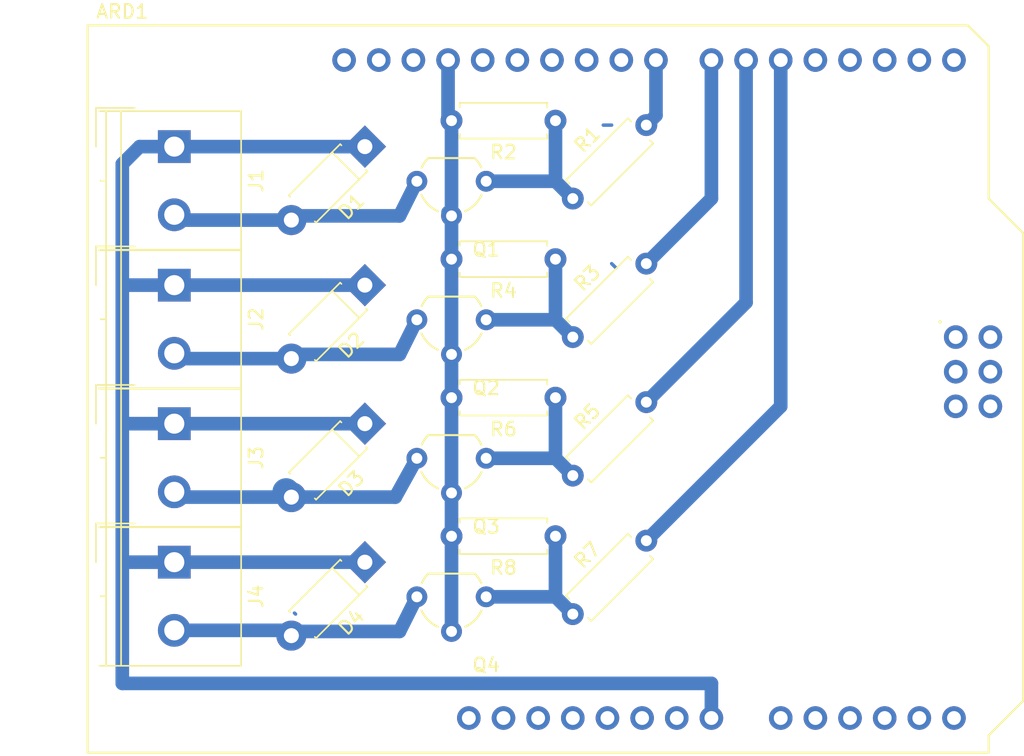
<source format=kicad_pcb>
(kicad_pcb (version 4) (host pcbnew 4.0.7)

  (general
    (links 36)
    (no_connects 0)
    (area 102.494999 58.869 178.175001 114.85)
    (thickness 1.6)
    (drawings 0)
    (tracks 79)
    (zones 0)
    (modules 21)
    (nets 15)
  )

  (page A4)
  (layers
    (0 F.Cu signal)
    (31 B.Cu signal)
    (33 F.Adhes user)
    (35 F.Paste user)
    (37 F.SilkS user)
    (39 F.Mask user)
    (40 Dwgs.User user)
    (41 Cmts.User user)
    (42 Eco1.User user)
    (43 Eco2.User user)
    (44 Edge.Cuts user)
    (45 Margin user)
    (47 F.CrtYd user)
    (49 F.Fab user)
  )

  (setup
    (last_trace_width 0.25)
    (user_trace_width 0.5)
    (user_trace_width 1)
    (user_trace_width 2)
    (trace_clearance 0.2)
    (zone_clearance 0.508)
    (zone_45_only no)
    (trace_min 0.2)
    (segment_width 0.2)
    (edge_width 0.15)
    (via_size 0.6)
    (via_drill 0.4)
    (via_min_size 0.4)
    (via_min_drill 0.3)
    (uvia_size 0.3)
    (uvia_drill 0.1)
    (uvias_allowed no)
    (uvia_min_size 0.2)
    (uvia_min_drill 0.1)
    (pcb_text_width 0.3)
    (pcb_text_size 1.5 1.5)
    (mod_edge_width 0.15)
    (mod_text_size 1 1)
    (mod_text_width 0.15)
    (pad_size 1.524 1.524)
    (pad_drill 0.762)
    (pad_to_mask_clearance 0.2)
    (aux_axis_origin 0 0)
    (visible_elements FFFFFFFF)
    (pcbplotparams
      (layerselection 0x00030_80000001)
      (usegerberextensions false)
      (excludeedgelayer true)
      (linewidth 0.100000)
      (plotframeref false)
      (viasonmask false)
      (mode 1)
      (useauxorigin false)
      (hpglpennumber 1)
      (hpglpenspeed 20)
      (hpglpendiameter 15)
      (hpglpenoverlay 2)
      (psnegative false)
      (psa4output false)
      (plotreference true)
      (plotvalue true)
      (plotinvisibletext false)
      (padsonsilk false)
      (subtractmaskfromsilk false)
      (outputformat 1)
      (mirror false)
      (drillshape 1)
      (scaleselection 1)
      (outputdirectory ""))
  )

  (net 0 "")
  (net 1 +12V)
  (net 2 GND)
  (net 3 "Net-(ARD1-PadD5)")
  (net 4 "Net-(ARD1-PadD6)")
  (net 5 "Net-(ARD1-PadD7)")
  (net 6 "Net-(ARD1-PadD8)")
  (net 7 "Net-(D1-Pad2)")
  (net 8 "Net-(D2-Pad2)")
  (net 9 "Net-(D3-Pad2)")
  (net 10 "Net-(D4-Pad2)")
  (net 11 "Net-(Q1-Pad1)")
  (net 12 "Net-(Q2-Pad1)")
  (net 13 "Net-(Q3-Pad1)")
  (net 14 "Net-(Q4-Pad1)")

  (net_class Default "This is the default net class."
    (clearance 0.2)
    (trace_width 0.25)
    (via_dia 0.6)
    (via_drill 0.4)
    (uvia_dia 0.3)
    (uvia_drill 0.1)
    (add_net "Net-(D1-Pad2)")
    (add_net "Net-(D2-Pad2)")
    (add_net "Net-(D3-Pad2)")
    (add_net "Net-(D4-Pad2)")
  )

  (net_class Power ""
    (clearance 0.3)
    (trace_width 1)
    (via_dia 1.2)
    (via_drill 0.8)
    (uvia_dia 0.3)
    (uvia_drill 0.1)
    (add_net +12V)
    (add_net GND)
    (add_net "Net-(ARD1-PadD5)")
    (add_net "Net-(ARD1-PadD6)")
    (add_net "Net-(ARD1-PadD7)")
    (add_net "Net-(ARD1-PadD8)")
    (add_net "Net-(Q1-Pad1)")
    (add_net "Net-(Q2-Pad1)")
    (add_net "Net-(Q3-Pad1)")
    (add_net "Net-(Q4-Pad1)")
  )

  (module Arduino:Arduino_Uno_Shield (layer F.Cu) (tedit 5898A1DC) (tstamp 5A18A5BA)
    (at 109.22 114.3)
    (path /5A15F88A)
    (fp_text reference ARD1 (at 2.54 -54.356) (layer F.SilkS)
      (effects (font (size 1 1) (thickness 0.15)))
    )
    (fp_text value Arduino_Uno_Shield (at 15.494 -54.356) (layer F.Fab)
      (effects (font (size 1 1) (thickness 0.15)))
    )
    (fp_line (start 9.525 -32.385) (end -6.35 -32.385) (layer B.CrtYd) (width 0.15))
    (fp_line (start 9.525 -43.815) (end -6.35 -43.815) (layer B.CrtYd) (width 0.15))
    (fp_line (start 9.525 -43.815) (end 9.525 -32.385) (layer B.CrtYd) (width 0.15))
    (fp_line (start -6.35 -43.815) (end -6.35 -32.385) (layer B.CrtYd) (width 0.15))
    (fp_text user . (at 62.484 -32.004) (layer F.SilkS)
      (effects (font (size 1 1) (thickness 0.15)))
    )
    (fp_line (start 11.43 -12.065) (end 11.43 -3.175) (layer B.CrtYd) (width 0.15))
    (fp_line (start -1.905 -3.175) (end 11.43 -3.175) (layer B.CrtYd) (width 0.15))
    (fp_line (start -1.905 -12.065) (end -1.905 -3.175) (layer B.CrtYd) (width 0.15))
    (fp_line (start -1.905 -12.065) (end 11.43 -12.065) (layer B.CrtYd) (width 0.15))
    (fp_line (start 0 -53.34) (end 0 0) (layer F.SilkS) (width 0.15))
    (fp_line (start 66.04 -40.64) (end 66.04 -51.816) (layer F.SilkS) (width 0.15))
    (fp_line (start 68.58 -38.1) (end 66.04 -40.64) (layer F.SilkS) (width 0.15))
    (fp_line (start 68.58 -3.81) (end 68.58 -38.1) (layer F.SilkS) (width 0.15))
    (fp_line (start 66.04 -1.27) (end 68.58 -3.81) (layer F.SilkS) (width 0.15))
    (fp_line (start 66.04 0) (end 66.04 -1.27) (layer F.SilkS) (width 0.15))
    (fp_line (start 64.516 -53.34) (end 66.04 -51.816) (layer F.SilkS) (width 0.15))
    (fp_line (start 0 0) (end 66.04 0) (layer F.SilkS) (width 0.15))
    (fp_line (start 0 -53.34) (end 64.516 -53.34) (layer F.SilkS) (width 0.15))
    (pad RST2 thru_hole oval (at 63.627 -25.4) (size 1.7272 1.7272) (drill 1.016) (layers *.Cu *.Mask))
    (pad GND4 thru_hole oval (at 66.167 -25.4) (size 1.7272 1.7272) (drill 1.016) (layers *.Cu *.Mask))
    (pad MOSI thru_hole oval (at 66.167 -27.94) (size 1.7272 1.7272) (drill 1.016) (layers *.Cu *.Mask))
    (pad SCK thru_hole oval (at 63.627 -27.94) (size 1.7272 1.7272) (drill 1.016) (layers *.Cu *.Mask))
    (pad 5V2 thru_hole oval (at 66.167 -30.48) (size 1.7272 1.7272) (drill 1.016) (layers *.Cu *.Mask))
    (pad A0 thru_hole oval (at 50.8 -2.54) (size 1.7272 1.7272) (drill 1.016) (layers *.Cu *.Mask))
    (pad VIN thru_hole oval (at 45.72 -2.54) (size 1.7272 1.7272) (drill 1.016) (layers *.Cu *.Mask)
      (net 1 +12V))
    (pad GND3 thru_hole oval (at 43.18 -2.54) (size 1.7272 1.7272) (drill 1.016) (layers *.Cu *.Mask))
    (pad GND2 thru_hole oval (at 40.64 -2.54) (size 1.7272 1.7272) (drill 1.016) (layers *.Cu *.Mask))
    (pad 5V1 thru_hole oval (at 38.1 -2.54) (size 1.7272 1.7272) (drill 1.016) (layers *.Cu *.Mask))
    (pad 3.3V thru_hole oval (at 35.56 -2.54) (size 1.7272 1.7272) (drill 1.016) (layers *.Cu *.Mask))
    (pad RST1 thru_hole oval (at 33.02 -2.54) (size 1.7272 1.7272) (drill 1.016) (layers *.Cu *.Mask))
    (pad IORF thru_hole oval (at 30.48 -2.54) (size 1.7272 1.7272) (drill 1.016) (layers *.Cu *.Mask))
    (pad D0 thru_hole oval (at 63.5 -50.8) (size 1.7272 1.7272) (drill 1.016) (layers *.Cu *.Mask))
    (pad D1 thru_hole oval (at 60.96 -50.8) (size 1.7272 1.7272) (drill 1.016) (layers *.Cu *.Mask))
    (pad D2 thru_hole oval (at 58.42 -50.8) (size 1.7272 1.7272) (drill 1.016) (layers *.Cu *.Mask))
    (pad D3 thru_hole oval (at 55.88 -50.8) (size 1.7272 1.7272) (drill 1.016) (layers *.Cu *.Mask))
    (pad D4 thru_hole oval (at 53.34 -50.8) (size 1.7272 1.7272) (drill 1.016) (layers *.Cu *.Mask))
    (pad D5 thru_hole oval (at 50.8 -50.8) (size 1.7272 1.7272) (drill 1.016) (layers *.Cu *.Mask)
      (net 3 "Net-(ARD1-PadD5)"))
    (pad D6 thru_hole oval (at 48.26 -50.8) (size 1.7272 1.7272) (drill 1.016) (layers *.Cu *.Mask)
      (net 4 "Net-(ARD1-PadD6)"))
    (pad D7 thru_hole oval (at 45.72 -50.8) (size 1.7272 1.7272) (drill 1.016) (layers *.Cu *.Mask)
      (net 5 "Net-(ARD1-PadD7)"))
    (pad GND1 thru_hole oval (at 26.416 -50.8) (size 1.7272 1.7272) (drill 1.016) (layers *.Cu *.Mask)
      (net 2 GND))
    (pad D8 thru_hole oval (at 41.656 -50.8) (size 1.7272 1.7272) (drill 1.016) (layers *.Cu *.Mask)
      (net 6 "Net-(ARD1-PadD8)"))
    (pad D9 thru_hole oval (at 39.116 -50.8) (size 1.7272 1.7272) (drill 1.016) (layers *.Cu *.Mask))
    (pad D10 thru_hole oval (at 36.576 -50.8) (size 1.7272 1.7272) (drill 1.016) (layers *.Cu *.Mask))
    (pad "" np_thru_hole circle (at 66.04 -7.62) (size 3.2 3.2) (drill 3.2) (layers *.Cu *.Mask))
    (pad "" np_thru_hole circle (at 66.04 -35.56) (size 3.2 3.2) (drill 3.2) (layers *.Cu *.Mask))
    (pad "" np_thru_hole circle (at 15.24 -50.8) (size 3.2 3.2) (drill 3.2) (layers *.Cu *.Mask))
    (pad "" np_thru_hole circle (at 13.97 -2.54) (size 3.2 3.2) (drill 3.2) (layers *.Cu *.Mask))
    (pad SCL thru_hole oval (at 18.796 -50.8) (size 1.7272 1.7272) (drill 1.016) (layers *.Cu *.Mask))
    (pad SDA thru_hole oval (at 21.336 -50.8) (size 1.7272 1.7272) (drill 1.016) (layers *.Cu *.Mask))
    (pad AREF thru_hole oval (at 23.876 -50.8) (size 1.7272 1.7272) (drill 1.016) (layers *.Cu *.Mask))
    (pad D13 thru_hole oval (at 28.956 -50.8) (size 1.7272 1.7272) (drill 1.016) (layers *.Cu *.Mask))
    (pad D12 thru_hole oval (at 31.496 -50.8) (size 1.7272 1.7272) (drill 1.016) (layers *.Cu *.Mask))
    (pad D11 thru_hole oval (at 34.036 -50.8) (size 1.7272 1.7272) (drill 1.016) (layers *.Cu *.Mask))
    (pad "" thru_hole oval (at 27.94 -2.54) (size 1.7272 1.7272) (drill 1.016) (layers *.Cu *.Mask))
    (pad A1 thru_hole oval (at 53.34 -2.54) (size 1.7272 1.7272) (drill 1.016) (layers *.Cu *.Mask))
    (pad A2 thru_hole oval (at 55.88 -2.54) (size 1.7272 1.7272) (drill 1.016) (layers *.Cu *.Mask))
    (pad A3 thru_hole oval (at 58.42 -2.54) (size 1.7272 1.7272) (drill 1.016) (layers *.Cu *.Mask))
    (pad A4 thru_hole oval (at 60.96 -2.54) (size 1.7272 1.7272) (drill 1.016) (layers *.Cu *.Mask))
    (pad A5 thru_hole oval (at 63.5 -2.54) (size 1.7272 1.7272) (drill 1.016) (layers *.Cu *.Mask))
    (pad MISO thru_hole oval (at 63.627 -30.48) (size 1.7272 1.7272) (drill 1.016) (layers *.Cu *.Mask))
  )

  (module Diodes_THT:D_DO-41_SOD81_P7.62mm_Horizontal (layer F.Cu) (tedit 5921392F) (tstamp 5A168EA4)
    (at 129.54 69.85 225)
    (descr "D, DO-41_SOD81 series, Axial, Horizontal, pin pitch=7.62mm, , length*diameter=5.2*2.7mm^2, , http://www.diodes.com/_files/packages/DO-41%20(Plastic).pdf")
    (tags "D DO-41_SOD81 series Axial Horizontal pin pitch 7.62mm  length 5.2mm diameter 2.7mm")
    (path /5A142D31)
    (fp_text reference D1 (at 3.81 -2.41 225) (layer F.SilkS)
      (effects (font (size 1 1) (thickness 0.15)))
    )
    (fp_text value 1N4004 (at 3.81 2.41 225) (layer F.Fab)
      (effects (font (size 1 1) (thickness 0.15)))
    )
    (fp_text user %R (at 3.81 0 225) (layer F.Fab)
      (effects (font (size 1 1) (thickness 0.15)))
    )
    (fp_line (start 1.21 -1.35) (end 1.21 1.35) (layer F.Fab) (width 0.1))
    (fp_line (start 1.21 1.35) (end 6.41 1.35) (layer F.Fab) (width 0.1))
    (fp_line (start 6.41 1.35) (end 6.41 -1.35) (layer F.Fab) (width 0.1))
    (fp_line (start 6.41 -1.35) (end 1.21 -1.35) (layer F.Fab) (width 0.1))
    (fp_line (start 0 0) (end 1.21 0) (layer F.Fab) (width 0.1))
    (fp_line (start 7.62 0) (end 6.41 0) (layer F.Fab) (width 0.1))
    (fp_line (start 1.99 -1.35) (end 1.99 1.35) (layer F.Fab) (width 0.1))
    (fp_line (start 1.15 -1.28) (end 1.15 -1.41) (layer F.SilkS) (width 0.12))
    (fp_line (start 1.15 -1.41) (end 6.47 -1.41) (layer F.SilkS) (width 0.12))
    (fp_line (start 6.47 -1.41) (end 6.47 -1.28) (layer F.SilkS) (width 0.12))
    (fp_line (start 1.15 1.28) (end 1.15 1.41) (layer F.SilkS) (width 0.12))
    (fp_line (start 1.15 1.41) (end 6.47 1.41) (layer F.SilkS) (width 0.12))
    (fp_line (start 6.47 1.41) (end 6.47 1.28) (layer F.SilkS) (width 0.12))
    (fp_line (start 1.99 -1.41) (end 1.99 1.41) (layer F.SilkS) (width 0.12))
    (fp_line (start -1.35 -1.7) (end -1.35 1.7) (layer F.CrtYd) (width 0.05))
    (fp_line (start -1.35 1.7) (end 9 1.7) (layer F.CrtYd) (width 0.05))
    (fp_line (start 9 1.7) (end 9 -1.7) (layer F.CrtYd) (width 0.05))
    (fp_line (start 9 -1.7) (end -1.35 -1.7) (layer F.CrtYd) (width 0.05))
    (pad 1 thru_hole rect (at 0 0 225) (size 2.2 2.2) (drill 1.1) (layers *.Cu *.Mask)
      (net 1 +12V))
    (pad 2 thru_hole oval (at 7.62 0 225) (size 2.2 2.2) (drill 1.1) (layers *.Cu *.Mask)
      (net 7 "Net-(D1-Pad2)"))
    (model ${KISYS3DMOD}/Diodes_THT.3dshapes/D_DO-41_SOD81_P7.62mm_Horizontal.wrl
      (at (xyz 0 0 0))
      (scale (xyz 0.393701 0.393701 0.393701))
      (rotate (xyz 0 0 0))
    )
  )

  (module Diodes_THT:D_DO-41_SOD81_P7.62mm_Horizontal (layer F.Cu) (tedit 5921392F) (tstamp 5A168EAA)
    (at 129.54 80.01 225)
    (descr "D, DO-41_SOD81 series, Axial, Horizontal, pin pitch=7.62mm, , length*diameter=5.2*2.7mm^2, , http://www.diodes.com/_files/packages/DO-41%20(Plastic).pdf")
    (tags "D DO-41_SOD81 series Axial Horizontal pin pitch 7.62mm  length 5.2mm diameter 2.7mm")
    (path /5A14DD4C)
    (fp_text reference D2 (at 3.81 -2.41 225) (layer F.SilkS)
      (effects (font (size 1 1) (thickness 0.15)))
    )
    (fp_text value 1N4004 (at 3.81 2.41 225) (layer F.Fab)
      (effects (font (size 1 1) (thickness 0.15)))
    )
    (fp_text user %R (at 3.81 0 225) (layer F.Fab)
      (effects (font (size 1 1) (thickness 0.15)))
    )
    (fp_line (start 1.21 -1.35) (end 1.21 1.35) (layer F.Fab) (width 0.1))
    (fp_line (start 1.21 1.35) (end 6.41 1.35) (layer F.Fab) (width 0.1))
    (fp_line (start 6.41 1.35) (end 6.41 -1.35) (layer F.Fab) (width 0.1))
    (fp_line (start 6.41 -1.35) (end 1.21 -1.35) (layer F.Fab) (width 0.1))
    (fp_line (start 0 0) (end 1.21 0) (layer F.Fab) (width 0.1))
    (fp_line (start 7.62 0) (end 6.41 0) (layer F.Fab) (width 0.1))
    (fp_line (start 1.99 -1.35) (end 1.99 1.35) (layer F.Fab) (width 0.1))
    (fp_line (start 1.15 -1.28) (end 1.15 -1.41) (layer F.SilkS) (width 0.12))
    (fp_line (start 1.15 -1.41) (end 6.47 -1.41) (layer F.SilkS) (width 0.12))
    (fp_line (start 6.47 -1.41) (end 6.47 -1.28) (layer F.SilkS) (width 0.12))
    (fp_line (start 1.15 1.28) (end 1.15 1.41) (layer F.SilkS) (width 0.12))
    (fp_line (start 1.15 1.41) (end 6.47 1.41) (layer F.SilkS) (width 0.12))
    (fp_line (start 6.47 1.41) (end 6.47 1.28) (layer F.SilkS) (width 0.12))
    (fp_line (start 1.99 -1.41) (end 1.99 1.41) (layer F.SilkS) (width 0.12))
    (fp_line (start -1.35 -1.7) (end -1.35 1.7) (layer F.CrtYd) (width 0.05))
    (fp_line (start -1.35 1.7) (end 9 1.7) (layer F.CrtYd) (width 0.05))
    (fp_line (start 9 1.7) (end 9 -1.7) (layer F.CrtYd) (width 0.05))
    (fp_line (start 9 -1.7) (end -1.35 -1.7) (layer F.CrtYd) (width 0.05))
    (pad 1 thru_hole rect (at 0 0 225) (size 2.2 2.2) (drill 1.1) (layers *.Cu *.Mask)
      (net 1 +12V))
    (pad 2 thru_hole oval (at 7.62 0 225) (size 2.2 2.2) (drill 1.1) (layers *.Cu *.Mask)
      (net 8 "Net-(D2-Pad2)"))
    (model ${KISYS3DMOD}/Diodes_THT.3dshapes/D_DO-41_SOD81_P7.62mm_Horizontal.wrl
      (at (xyz 0 0 0))
      (scale (xyz 0.393701 0.393701 0.393701))
      (rotate (xyz 0 0 0))
    )
  )

  (module Diodes_THT:D_DO-41_SOD81_P7.62mm_Horizontal (layer F.Cu) (tedit 5921392F) (tstamp 5A168EB0)
    (at 129.54 90.17 225)
    (descr "D, DO-41_SOD81 series, Axial, Horizontal, pin pitch=7.62mm, , length*diameter=5.2*2.7mm^2, , http://www.diodes.com/_files/packages/DO-41%20(Plastic).pdf")
    (tags "D DO-41_SOD81 series Axial Horizontal pin pitch 7.62mm  length 5.2mm diameter 2.7mm")
    (path /5A14DF5F)
    (fp_text reference D3 (at 3.81 -2.41 225) (layer F.SilkS)
      (effects (font (size 1 1) (thickness 0.15)))
    )
    (fp_text value 1N4004 (at 3.81 2.41 225) (layer F.Fab)
      (effects (font (size 1 1) (thickness 0.15)))
    )
    (fp_text user %R (at 3.81 0 225) (layer F.Fab)
      (effects (font (size 1 1) (thickness 0.15)))
    )
    (fp_line (start 1.21 -1.35) (end 1.21 1.35) (layer F.Fab) (width 0.1))
    (fp_line (start 1.21 1.35) (end 6.41 1.35) (layer F.Fab) (width 0.1))
    (fp_line (start 6.41 1.35) (end 6.41 -1.35) (layer F.Fab) (width 0.1))
    (fp_line (start 6.41 -1.35) (end 1.21 -1.35) (layer F.Fab) (width 0.1))
    (fp_line (start 0 0) (end 1.21 0) (layer F.Fab) (width 0.1))
    (fp_line (start 7.62 0) (end 6.41 0) (layer F.Fab) (width 0.1))
    (fp_line (start 1.99 -1.35) (end 1.99 1.35) (layer F.Fab) (width 0.1))
    (fp_line (start 1.15 -1.28) (end 1.15 -1.41) (layer F.SilkS) (width 0.12))
    (fp_line (start 1.15 -1.41) (end 6.47 -1.41) (layer F.SilkS) (width 0.12))
    (fp_line (start 6.47 -1.41) (end 6.47 -1.28) (layer F.SilkS) (width 0.12))
    (fp_line (start 1.15 1.28) (end 1.15 1.41) (layer F.SilkS) (width 0.12))
    (fp_line (start 1.15 1.41) (end 6.47 1.41) (layer F.SilkS) (width 0.12))
    (fp_line (start 6.47 1.41) (end 6.47 1.28) (layer F.SilkS) (width 0.12))
    (fp_line (start 1.99 -1.41) (end 1.99 1.41) (layer F.SilkS) (width 0.12))
    (fp_line (start -1.35 -1.7) (end -1.35 1.7) (layer F.CrtYd) (width 0.05))
    (fp_line (start -1.35 1.7) (end 9 1.7) (layer F.CrtYd) (width 0.05))
    (fp_line (start 9 1.7) (end 9 -1.7) (layer F.CrtYd) (width 0.05))
    (fp_line (start 9 -1.7) (end -1.35 -1.7) (layer F.CrtYd) (width 0.05))
    (pad 1 thru_hole rect (at 0 0 225) (size 2.2 2.2) (drill 1.1) (layers *.Cu *.Mask)
      (net 1 +12V))
    (pad 2 thru_hole oval (at 7.62 0 225) (size 2.2 2.2) (drill 1.1) (layers *.Cu *.Mask)
      (net 9 "Net-(D3-Pad2)"))
    (model ${KISYS3DMOD}/Diodes_THT.3dshapes/D_DO-41_SOD81_P7.62mm_Horizontal.wrl
      (at (xyz 0 0 0))
      (scale (xyz 0.393701 0.393701 0.393701))
      (rotate (xyz 0 0 0))
    )
  )

  (module Diodes_THT:D_DO-41_SOD81_P7.62mm_Horizontal (layer F.Cu) (tedit 5921392F) (tstamp 5A168EB6)
    (at 129.54 100.33 225)
    (descr "D, DO-41_SOD81 series, Axial, Horizontal, pin pitch=7.62mm, , length*diameter=5.2*2.7mm^2, , http://www.diodes.com/_files/packages/DO-41%20(Plastic).pdf")
    (tags "D DO-41_SOD81 series Axial Horizontal pin pitch 7.62mm  length 5.2mm diameter 2.7mm")
    (path /5A14E2D2)
    (fp_text reference D4 (at 3.81 -2.41 225) (layer F.SilkS)
      (effects (font (size 1 1) (thickness 0.15)))
    )
    (fp_text value 1N4004 (at 3.81 2.41 225) (layer F.Fab)
      (effects (font (size 1 1) (thickness 0.15)))
    )
    (fp_text user %R (at 3.81 0 225) (layer F.Fab)
      (effects (font (size 1 1) (thickness 0.15)))
    )
    (fp_line (start 1.21 -1.35) (end 1.21 1.35) (layer F.Fab) (width 0.1))
    (fp_line (start 1.21 1.35) (end 6.41 1.35) (layer F.Fab) (width 0.1))
    (fp_line (start 6.41 1.35) (end 6.41 -1.35) (layer F.Fab) (width 0.1))
    (fp_line (start 6.41 -1.35) (end 1.21 -1.35) (layer F.Fab) (width 0.1))
    (fp_line (start 0 0) (end 1.21 0) (layer F.Fab) (width 0.1))
    (fp_line (start 7.62 0) (end 6.41 0) (layer F.Fab) (width 0.1))
    (fp_line (start 1.99 -1.35) (end 1.99 1.35) (layer F.Fab) (width 0.1))
    (fp_line (start 1.15 -1.28) (end 1.15 -1.41) (layer F.SilkS) (width 0.12))
    (fp_line (start 1.15 -1.41) (end 6.47 -1.41) (layer F.SilkS) (width 0.12))
    (fp_line (start 6.47 -1.41) (end 6.47 -1.28) (layer F.SilkS) (width 0.12))
    (fp_line (start 1.15 1.28) (end 1.15 1.41) (layer F.SilkS) (width 0.12))
    (fp_line (start 1.15 1.41) (end 6.47 1.41) (layer F.SilkS) (width 0.12))
    (fp_line (start 6.47 1.41) (end 6.47 1.28) (layer F.SilkS) (width 0.12))
    (fp_line (start 1.99 -1.41) (end 1.99 1.41) (layer F.SilkS) (width 0.12))
    (fp_line (start -1.35 -1.7) (end -1.35 1.7) (layer F.CrtYd) (width 0.05))
    (fp_line (start -1.35 1.7) (end 9 1.7) (layer F.CrtYd) (width 0.05))
    (fp_line (start 9 1.7) (end 9 -1.7) (layer F.CrtYd) (width 0.05))
    (fp_line (start 9 -1.7) (end -1.35 -1.7) (layer F.CrtYd) (width 0.05))
    (pad 1 thru_hole rect (at 0 0 225) (size 2.2 2.2) (drill 1.1) (layers *.Cu *.Mask)
      (net 1 +12V))
    (pad 2 thru_hole oval (at 7.62 0 225) (size 2.2 2.2) (drill 1.1) (layers *.Cu *.Mask)
      (net 10 "Net-(D4-Pad2)"))
    (model ${KISYS3DMOD}/Diodes_THT.3dshapes/D_DO-41_SOD81_P7.62mm_Horizontal.wrl
      (at (xyz 0 0 0))
      (scale (xyz 0.393701 0.393701 0.393701))
      (rotate (xyz 0 0 0))
    )
  )

  (module TO_SOT_Packages_THT:TO-92_Molded_Wide (layer F.Cu) (tedit 54F243CD) (tstamp 5A168EC9)
    (at 138.43 72.39 180)
    (descr "TO-92 leads molded, wide, drill 0.8mm (see NXP sot054_po.pdf)")
    (tags "to-92 sc-43 sc-43a sot54 PA33 transistor")
    (path /5A13FC9B)
    (fp_text reference Q1 (at 0 -5 360) (layer F.SilkS)
      (effects (font (size 1 1) (thickness 0.15)))
    )
    (fp_text value 2N7002 (at 0 3 180) (layer F.Fab)
      (effects (font (size 1 1) (thickness 0.15)))
    )
    (fp_arc (start 2.54 0) (end 0.34 -1) (angle 41.11209044) (layer F.SilkS) (width 0.15))
    (fp_arc (start 2.54 0) (end 4.74 -1) (angle -41.11210221) (layer F.SilkS) (width 0.15))
    (fp_arc (start 2.54 0) (end 0.84 1.7) (angle 20.5) (layer F.SilkS) (width 0.15))
    (fp_arc (start 2.54 0) (end 4.24 1.7) (angle -20.5) (layer F.SilkS) (width 0.15))
    (fp_line (start -1 1.95) (end -1 -3.55) (layer F.CrtYd) (width 0.05))
    (fp_line (start -1 1.95) (end 6.1 1.95) (layer F.CrtYd) (width 0.05))
    (fp_line (start 0.84 1.7) (end 4.24 1.7) (layer F.SilkS) (width 0.15))
    (fp_line (start -1 -3.55) (end 6.1 -3.55) (layer F.CrtYd) (width 0.05))
    (fp_line (start 6.1 1.95) (end 6.1 -3.55) (layer F.CrtYd) (width 0.05))
    (pad 2 thru_hole circle (at 2.54 -2.54 270) (size 1.524 1.524) (drill 0.8) (layers *.Cu *.Mask)
      (net 2 GND))
    (pad 3 thru_hole circle (at 5.08 0 270) (size 1.524 1.524) (drill 0.8) (layers *.Cu *.Mask)
      (net 7 "Net-(D1-Pad2)"))
    (pad 1 thru_hole circle (at 0 0 270) (size 1.524 1.524) (drill 0.8) (layers *.Cu *.Mask)
      (net 11 "Net-(Q1-Pad1)"))
    (model TO_SOT_Packages_THT.3dshapes/TO-92_Molded_Wide.wrl
      (at (xyz 0.1 0 0))
      (scale (xyz 1 1 1))
      (rotate (xyz 0 0 -90))
    )
  )

  (module TO_SOT_Packages_THT:TO-92_Molded_Wide (layer F.Cu) (tedit 54F243CD) (tstamp 5A168ED0)
    (at 138.43 82.55 180)
    (descr "TO-92 leads molded, wide, drill 0.8mm (see NXP sot054_po.pdf)")
    (tags "to-92 sc-43 sc-43a sot54 PA33 transistor")
    (path /5A14DD40)
    (fp_text reference Q2 (at 0 -5 360) (layer F.SilkS)
      (effects (font (size 1 1) (thickness 0.15)))
    )
    (fp_text value 2N7002 (at 0 3 180) (layer F.Fab)
      (effects (font (size 1 1) (thickness 0.15)))
    )
    (fp_arc (start 2.54 0) (end 0.34 -1) (angle 41.11209044) (layer F.SilkS) (width 0.15))
    (fp_arc (start 2.54 0) (end 4.74 -1) (angle -41.11210221) (layer F.SilkS) (width 0.15))
    (fp_arc (start 2.54 0) (end 0.84 1.7) (angle 20.5) (layer F.SilkS) (width 0.15))
    (fp_arc (start 2.54 0) (end 4.24 1.7) (angle -20.5) (layer F.SilkS) (width 0.15))
    (fp_line (start -1 1.95) (end -1 -3.55) (layer F.CrtYd) (width 0.05))
    (fp_line (start -1 1.95) (end 6.1 1.95) (layer F.CrtYd) (width 0.05))
    (fp_line (start 0.84 1.7) (end 4.24 1.7) (layer F.SilkS) (width 0.15))
    (fp_line (start -1 -3.55) (end 6.1 -3.55) (layer F.CrtYd) (width 0.05))
    (fp_line (start 6.1 1.95) (end 6.1 -3.55) (layer F.CrtYd) (width 0.05))
    (pad 2 thru_hole circle (at 2.54 -2.54 270) (size 1.524 1.524) (drill 0.8) (layers *.Cu *.Mask)
      (net 2 GND))
    (pad 3 thru_hole circle (at 5.08 0 270) (size 1.524 1.524) (drill 0.8) (layers *.Cu *.Mask)
      (net 8 "Net-(D2-Pad2)"))
    (pad 1 thru_hole circle (at 0 0 270) (size 1.524 1.524) (drill 0.8) (layers *.Cu *.Mask)
      (net 12 "Net-(Q2-Pad1)"))
    (model TO_SOT_Packages_THT.3dshapes/TO-92_Molded_Wide.wrl
      (at (xyz 0.1 0 0))
      (scale (xyz 1 1 1))
      (rotate (xyz 0 0 -90))
    )
  )

  (module TO_SOT_Packages_THT:TO-92_Molded_Wide (layer F.Cu) (tedit 54F243CD) (tstamp 5A168ED7)
    (at 138.43 92.71 180)
    (descr "TO-92 leads molded, wide, drill 0.8mm (see NXP sot054_po.pdf)")
    (tags "to-92 sc-43 sc-43a sot54 PA33 transistor")
    (path /5A14DF53)
    (fp_text reference Q3 (at 0 -5 360) (layer F.SilkS)
      (effects (font (size 1 1) (thickness 0.15)))
    )
    (fp_text value 2N7002 (at 0 3 180) (layer F.Fab)
      (effects (font (size 1 1) (thickness 0.15)))
    )
    (fp_arc (start 2.54 0) (end 0.34 -1) (angle 41.11209044) (layer F.SilkS) (width 0.15))
    (fp_arc (start 2.54 0) (end 4.74 -1) (angle -41.11210221) (layer F.SilkS) (width 0.15))
    (fp_arc (start 2.54 0) (end 0.84 1.7) (angle 20.5) (layer F.SilkS) (width 0.15))
    (fp_arc (start 2.54 0) (end 4.24 1.7) (angle -20.5) (layer F.SilkS) (width 0.15))
    (fp_line (start -1 1.95) (end -1 -3.55) (layer F.CrtYd) (width 0.05))
    (fp_line (start -1 1.95) (end 6.1 1.95) (layer F.CrtYd) (width 0.05))
    (fp_line (start 0.84 1.7) (end 4.24 1.7) (layer F.SilkS) (width 0.15))
    (fp_line (start -1 -3.55) (end 6.1 -3.55) (layer F.CrtYd) (width 0.05))
    (fp_line (start 6.1 1.95) (end 6.1 -3.55) (layer F.CrtYd) (width 0.05))
    (pad 2 thru_hole circle (at 2.54 -2.54 270) (size 1.524 1.524) (drill 0.8) (layers *.Cu *.Mask)
      (net 2 GND))
    (pad 3 thru_hole circle (at 5.08 0 270) (size 1.524 1.524) (drill 0.8) (layers *.Cu *.Mask)
      (net 9 "Net-(D3-Pad2)"))
    (pad 1 thru_hole circle (at 0 0 270) (size 1.524 1.524) (drill 0.8) (layers *.Cu *.Mask)
      (net 13 "Net-(Q3-Pad1)"))
    (model TO_SOT_Packages_THT.3dshapes/TO-92_Molded_Wide.wrl
      (at (xyz 0.1 0 0))
      (scale (xyz 1 1 1))
      (rotate (xyz 0 0 -90))
    )
  )

  (module TO_SOT_Packages_THT:TO-92_Molded_Wide (layer F.Cu) (tedit 54F243CD) (tstamp 5A168EDE)
    (at 138.43 102.87 180)
    (descr "TO-92 leads molded, wide, drill 0.8mm (see NXP sot054_po.pdf)")
    (tags "to-92 sc-43 sc-43a sot54 PA33 transistor")
    (path /5A14E2C6)
    (fp_text reference Q4 (at 0 -5 360) (layer F.SilkS)
      (effects (font (size 1 1) (thickness 0.15)))
    )
    (fp_text value 2N7002 (at 0 3 180) (layer F.Fab)
      (effects (font (size 1 1) (thickness 0.15)))
    )
    (fp_arc (start 2.54 0) (end 0.34 -1) (angle 41.11209044) (layer F.SilkS) (width 0.15))
    (fp_arc (start 2.54 0) (end 4.74 -1) (angle -41.11210221) (layer F.SilkS) (width 0.15))
    (fp_arc (start 2.54 0) (end 0.84 1.7) (angle 20.5) (layer F.SilkS) (width 0.15))
    (fp_arc (start 2.54 0) (end 4.24 1.7) (angle -20.5) (layer F.SilkS) (width 0.15))
    (fp_line (start -1 1.95) (end -1 -3.55) (layer F.CrtYd) (width 0.05))
    (fp_line (start -1 1.95) (end 6.1 1.95) (layer F.CrtYd) (width 0.05))
    (fp_line (start 0.84 1.7) (end 4.24 1.7) (layer F.SilkS) (width 0.15))
    (fp_line (start -1 -3.55) (end 6.1 -3.55) (layer F.CrtYd) (width 0.05))
    (fp_line (start 6.1 1.95) (end 6.1 -3.55) (layer F.CrtYd) (width 0.05))
    (pad 2 thru_hole circle (at 2.54 -2.54 270) (size 1.524 1.524) (drill 0.8) (layers *.Cu *.Mask)
      (net 2 GND))
    (pad 3 thru_hole circle (at 5.08 0 270) (size 1.524 1.524) (drill 0.8) (layers *.Cu *.Mask)
      (net 10 "Net-(D4-Pad2)"))
    (pad 1 thru_hole circle (at 0 0 270) (size 1.524 1.524) (drill 0.8) (layers *.Cu *.Mask)
      (net 14 "Net-(Q4-Pad1)"))
    (model TO_SOT_Packages_THT.3dshapes/TO-92_Molded_Wide.wrl
      (at (xyz 0.1 0 0))
      (scale (xyz 1 1 1))
      (rotate (xyz 0 0 -90))
    )
  )

  (module Resistors_THT:R_Axial_DIN0207_L6.3mm_D2.5mm_P7.62mm_Horizontal (layer F.Cu) (tedit 5874F706) (tstamp 5A168EE4)
    (at 144.78 73.66 45)
    (descr "Resistor, Axial_DIN0207 series, Axial, Horizontal, pin pitch=7.62mm, 0.25W = 1/4W, length*diameter=6.3*2.5mm^2, http://cdn-reichelt.de/documents/datenblatt/B400/1_4W%23YAG.pdf")
    (tags "Resistor Axial_DIN0207 series Axial Horizontal pin pitch 7.62mm 0.25W = 1/4W length 6.3mm diameter 2.5mm")
    (path /5A13F951)
    (fp_text reference R1 (at 3.81 -2.31 45) (layer F.SilkS)
      (effects (font (size 1 1) (thickness 0.15)))
    )
    (fp_text value 1K (at 3.81 2.31 45) (layer F.Fab)
      (effects (font (size 1 1) (thickness 0.15)))
    )
    (fp_line (start 0.66 -1.25) (end 0.66 1.25) (layer F.Fab) (width 0.1))
    (fp_line (start 0.66 1.25) (end 6.96 1.25) (layer F.Fab) (width 0.1))
    (fp_line (start 6.96 1.25) (end 6.96 -1.25) (layer F.Fab) (width 0.1))
    (fp_line (start 6.96 -1.25) (end 0.66 -1.25) (layer F.Fab) (width 0.1))
    (fp_line (start 0 0) (end 0.66 0) (layer F.Fab) (width 0.1))
    (fp_line (start 7.62 0) (end 6.96 0) (layer F.Fab) (width 0.1))
    (fp_line (start 0.6 -0.98) (end 0.6 -1.31) (layer F.SilkS) (width 0.12))
    (fp_line (start 0.6 -1.31) (end 7.02 -1.31) (layer F.SilkS) (width 0.12))
    (fp_line (start 7.02 -1.31) (end 7.02 -0.98) (layer F.SilkS) (width 0.12))
    (fp_line (start 0.6 0.98) (end 0.6 1.31) (layer F.SilkS) (width 0.12))
    (fp_line (start 0.6 1.31) (end 7.02 1.31) (layer F.SilkS) (width 0.12))
    (fp_line (start 7.02 1.31) (end 7.02 0.98) (layer F.SilkS) (width 0.12))
    (fp_line (start -1.05 -1.6) (end -1.05 1.6) (layer F.CrtYd) (width 0.05))
    (fp_line (start -1.05 1.6) (end 8.7 1.6) (layer F.CrtYd) (width 0.05))
    (fp_line (start 8.7 1.6) (end 8.7 -1.6) (layer F.CrtYd) (width 0.05))
    (fp_line (start 8.7 -1.6) (end -1.05 -1.6) (layer F.CrtYd) (width 0.05))
    (pad 1 thru_hole circle (at 0 0 45) (size 1.6 1.6) (drill 0.8) (layers *.Cu *.Mask)
      (net 11 "Net-(Q1-Pad1)"))
    (pad 2 thru_hole oval (at 7.62 0 45) (size 1.6 1.6) (drill 0.8) (layers *.Cu *.Mask)
      (net 6 "Net-(ARD1-PadD8)"))
    (model ${KISYS3DMOD}/Resistors_THT.3dshapes/R_Axial_DIN0207_L6.3mm_D2.5mm_P7.62mm_Horizontal.wrl
      (at (xyz 0 0 0))
      (scale (xyz 0.393701 0.393701 0.393701))
      (rotate (xyz 0 0 0))
    )
  )

  (module Resistors_THT:R_Axial_DIN0207_L6.3mm_D2.5mm_P7.62mm_Horizontal (layer F.Cu) (tedit 5874F706) (tstamp 5A168EEA)
    (at 143.51 67.945 180)
    (descr "Resistor, Axial_DIN0207 series, Axial, Horizontal, pin pitch=7.62mm, 0.25W = 1/4W, length*diameter=6.3*2.5mm^2, http://cdn-reichelt.de/documents/datenblatt/B400/1_4W%23YAG.pdf")
    (tags "Resistor Axial_DIN0207 series Axial Horizontal pin pitch 7.62mm 0.25W = 1/4W length 6.3mm diameter 2.5mm")
    (path /5A142F1D)
    (fp_text reference R2 (at 3.81 -2.31 180) (layer F.SilkS)
      (effects (font (size 1 1) (thickness 0.15)))
    )
    (fp_text value 10K (at 3.81 2.31 180) (layer F.Fab)
      (effects (font (size 1 1) (thickness 0.15)))
    )
    (fp_line (start 0.66 -1.25) (end 0.66 1.25) (layer F.Fab) (width 0.1))
    (fp_line (start 0.66 1.25) (end 6.96 1.25) (layer F.Fab) (width 0.1))
    (fp_line (start 6.96 1.25) (end 6.96 -1.25) (layer F.Fab) (width 0.1))
    (fp_line (start 6.96 -1.25) (end 0.66 -1.25) (layer F.Fab) (width 0.1))
    (fp_line (start 0 0) (end 0.66 0) (layer F.Fab) (width 0.1))
    (fp_line (start 7.62 0) (end 6.96 0) (layer F.Fab) (width 0.1))
    (fp_line (start 0.6 -0.98) (end 0.6 -1.31) (layer F.SilkS) (width 0.12))
    (fp_line (start 0.6 -1.31) (end 7.02 -1.31) (layer F.SilkS) (width 0.12))
    (fp_line (start 7.02 -1.31) (end 7.02 -0.98) (layer F.SilkS) (width 0.12))
    (fp_line (start 0.6 0.98) (end 0.6 1.31) (layer F.SilkS) (width 0.12))
    (fp_line (start 0.6 1.31) (end 7.02 1.31) (layer F.SilkS) (width 0.12))
    (fp_line (start 7.02 1.31) (end 7.02 0.98) (layer F.SilkS) (width 0.12))
    (fp_line (start -1.05 -1.6) (end -1.05 1.6) (layer F.CrtYd) (width 0.05))
    (fp_line (start -1.05 1.6) (end 8.7 1.6) (layer F.CrtYd) (width 0.05))
    (fp_line (start 8.7 1.6) (end 8.7 -1.6) (layer F.CrtYd) (width 0.05))
    (fp_line (start 8.7 -1.6) (end -1.05 -1.6) (layer F.CrtYd) (width 0.05))
    (pad 1 thru_hole circle (at 0 0 180) (size 1.6 1.6) (drill 0.8) (layers *.Cu *.Mask)
      (net 11 "Net-(Q1-Pad1)"))
    (pad 2 thru_hole oval (at 7.62 0 180) (size 1.6 1.6) (drill 0.8) (layers *.Cu *.Mask)
      (net 2 GND))
    (model ${KISYS3DMOD}/Resistors_THT.3dshapes/R_Axial_DIN0207_L6.3mm_D2.5mm_P7.62mm_Horizontal.wrl
      (at (xyz 0 0 0))
      (scale (xyz 0.393701 0.393701 0.393701))
      (rotate (xyz 0 0 0))
    )
  )

  (module Resistors_THT:R_Axial_DIN0207_L6.3mm_D2.5mm_P7.62mm_Horizontal (layer F.Cu) (tedit 5874F706) (tstamp 5A168EF0)
    (at 144.78 83.82 45)
    (descr "Resistor, Axial_DIN0207 series, Axial, Horizontal, pin pitch=7.62mm, 0.25W = 1/4W, length*diameter=6.3*2.5mm^2, http://cdn-reichelt.de/documents/datenblatt/B400/1_4W%23YAG.pdf")
    (tags "Resistor Axial_DIN0207 series Axial Horizontal pin pitch 7.62mm 0.25W = 1/4W length 6.3mm diameter 2.5mm")
    (path /5A14DD3A)
    (fp_text reference R3 (at 3.81 -2.31 45) (layer F.SilkS)
      (effects (font (size 1 1) (thickness 0.15)))
    )
    (fp_text value 1K (at 3.81 2.31 45) (layer F.Fab)
      (effects (font (size 1 1) (thickness 0.15)))
    )
    (fp_line (start 0.66 -1.25) (end 0.66 1.25) (layer F.Fab) (width 0.1))
    (fp_line (start 0.66 1.25) (end 6.96 1.25) (layer F.Fab) (width 0.1))
    (fp_line (start 6.96 1.25) (end 6.96 -1.25) (layer F.Fab) (width 0.1))
    (fp_line (start 6.96 -1.25) (end 0.66 -1.25) (layer F.Fab) (width 0.1))
    (fp_line (start 0 0) (end 0.66 0) (layer F.Fab) (width 0.1))
    (fp_line (start 7.62 0) (end 6.96 0) (layer F.Fab) (width 0.1))
    (fp_line (start 0.6 -0.98) (end 0.6 -1.31) (layer F.SilkS) (width 0.12))
    (fp_line (start 0.6 -1.31) (end 7.02 -1.31) (layer F.SilkS) (width 0.12))
    (fp_line (start 7.02 -1.31) (end 7.02 -0.98) (layer F.SilkS) (width 0.12))
    (fp_line (start 0.6 0.98) (end 0.6 1.31) (layer F.SilkS) (width 0.12))
    (fp_line (start 0.6 1.31) (end 7.02 1.31) (layer F.SilkS) (width 0.12))
    (fp_line (start 7.02 1.31) (end 7.02 0.98) (layer F.SilkS) (width 0.12))
    (fp_line (start -1.05 -1.6) (end -1.05 1.6) (layer F.CrtYd) (width 0.05))
    (fp_line (start -1.05 1.6) (end 8.7 1.6) (layer F.CrtYd) (width 0.05))
    (fp_line (start 8.7 1.6) (end 8.7 -1.6) (layer F.CrtYd) (width 0.05))
    (fp_line (start 8.7 -1.6) (end -1.05 -1.6) (layer F.CrtYd) (width 0.05))
    (pad 1 thru_hole circle (at 0 0 45) (size 1.6 1.6) (drill 0.8) (layers *.Cu *.Mask)
      (net 12 "Net-(Q2-Pad1)"))
    (pad 2 thru_hole oval (at 7.62 0 45) (size 1.6 1.6) (drill 0.8) (layers *.Cu *.Mask)
      (net 5 "Net-(ARD1-PadD7)"))
    (model ${KISYS3DMOD}/Resistors_THT.3dshapes/R_Axial_DIN0207_L6.3mm_D2.5mm_P7.62mm_Horizontal.wrl
      (at (xyz 0 0 0))
      (scale (xyz 0.393701 0.393701 0.393701))
      (rotate (xyz 0 0 0))
    )
  )

  (module Resistors_THT:R_Axial_DIN0207_L6.3mm_D2.5mm_P7.62mm_Horizontal (layer F.Cu) (tedit 5874F706) (tstamp 5A168EF6)
    (at 143.51 78.105 180)
    (descr "Resistor, Axial_DIN0207 series, Axial, Horizontal, pin pitch=7.62mm, 0.25W = 1/4W, length*diameter=6.3*2.5mm^2, http://cdn-reichelt.de/documents/datenblatt/B400/1_4W%23YAG.pdf")
    (tags "Resistor Axial_DIN0207 series Axial Horizontal pin pitch 7.62mm 0.25W = 1/4W length 6.3mm diameter 2.5mm")
    (path /5A14DD58)
    (fp_text reference R4 (at 3.81 -2.31 180) (layer F.SilkS)
      (effects (font (size 1 1) (thickness 0.15)))
    )
    (fp_text value 10K (at 3.81 2.31 180) (layer F.Fab)
      (effects (font (size 1 1) (thickness 0.15)))
    )
    (fp_line (start 0.66 -1.25) (end 0.66 1.25) (layer F.Fab) (width 0.1))
    (fp_line (start 0.66 1.25) (end 6.96 1.25) (layer F.Fab) (width 0.1))
    (fp_line (start 6.96 1.25) (end 6.96 -1.25) (layer F.Fab) (width 0.1))
    (fp_line (start 6.96 -1.25) (end 0.66 -1.25) (layer F.Fab) (width 0.1))
    (fp_line (start 0 0) (end 0.66 0) (layer F.Fab) (width 0.1))
    (fp_line (start 7.62 0) (end 6.96 0) (layer F.Fab) (width 0.1))
    (fp_line (start 0.6 -0.98) (end 0.6 -1.31) (layer F.SilkS) (width 0.12))
    (fp_line (start 0.6 -1.31) (end 7.02 -1.31) (layer F.SilkS) (width 0.12))
    (fp_line (start 7.02 -1.31) (end 7.02 -0.98) (layer F.SilkS) (width 0.12))
    (fp_line (start 0.6 0.98) (end 0.6 1.31) (layer F.SilkS) (width 0.12))
    (fp_line (start 0.6 1.31) (end 7.02 1.31) (layer F.SilkS) (width 0.12))
    (fp_line (start 7.02 1.31) (end 7.02 0.98) (layer F.SilkS) (width 0.12))
    (fp_line (start -1.05 -1.6) (end -1.05 1.6) (layer F.CrtYd) (width 0.05))
    (fp_line (start -1.05 1.6) (end 8.7 1.6) (layer F.CrtYd) (width 0.05))
    (fp_line (start 8.7 1.6) (end 8.7 -1.6) (layer F.CrtYd) (width 0.05))
    (fp_line (start 8.7 -1.6) (end -1.05 -1.6) (layer F.CrtYd) (width 0.05))
    (pad 1 thru_hole circle (at 0 0 180) (size 1.6 1.6) (drill 0.8) (layers *.Cu *.Mask)
      (net 12 "Net-(Q2-Pad1)"))
    (pad 2 thru_hole oval (at 7.62 0 180) (size 1.6 1.6) (drill 0.8) (layers *.Cu *.Mask)
      (net 2 GND))
    (model ${KISYS3DMOD}/Resistors_THT.3dshapes/R_Axial_DIN0207_L6.3mm_D2.5mm_P7.62mm_Horizontal.wrl
      (at (xyz 0 0 0))
      (scale (xyz 0.393701 0.393701 0.393701))
      (rotate (xyz 0 0 0))
    )
  )

  (module Resistors_THT:R_Axial_DIN0207_L6.3mm_D2.5mm_P7.62mm_Horizontal (layer F.Cu) (tedit 5874F706) (tstamp 5A168EFC)
    (at 144.78 93.98 45)
    (descr "Resistor, Axial_DIN0207 series, Axial, Horizontal, pin pitch=7.62mm, 0.25W = 1/4W, length*diameter=6.3*2.5mm^2, http://cdn-reichelt.de/documents/datenblatt/B400/1_4W%23YAG.pdf")
    (tags "Resistor Axial_DIN0207 series Axial Horizontal pin pitch 7.62mm 0.25W = 1/4W length 6.3mm diameter 2.5mm")
    (path /5A14DF4D)
    (fp_text reference R5 (at 3.81 -2.31 45) (layer F.SilkS)
      (effects (font (size 1 1) (thickness 0.15)))
    )
    (fp_text value 1K (at 3.81 2.31 45) (layer F.Fab)
      (effects (font (size 1 1) (thickness 0.15)))
    )
    (fp_line (start 0.66 -1.25) (end 0.66 1.25) (layer F.Fab) (width 0.1))
    (fp_line (start 0.66 1.25) (end 6.96 1.25) (layer F.Fab) (width 0.1))
    (fp_line (start 6.96 1.25) (end 6.96 -1.25) (layer F.Fab) (width 0.1))
    (fp_line (start 6.96 -1.25) (end 0.66 -1.25) (layer F.Fab) (width 0.1))
    (fp_line (start 0 0) (end 0.66 0) (layer F.Fab) (width 0.1))
    (fp_line (start 7.62 0) (end 6.96 0) (layer F.Fab) (width 0.1))
    (fp_line (start 0.6 -0.98) (end 0.6 -1.31) (layer F.SilkS) (width 0.12))
    (fp_line (start 0.6 -1.31) (end 7.02 -1.31) (layer F.SilkS) (width 0.12))
    (fp_line (start 7.02 -1.31) (end 7.02 -0.98) (layer F.SilkS) (width 0.12))
    (fp_line (start 0.6 0.98) (end 0.6 1.31) (layer F.SilkS) (width 0.12))
    (fp_line (start 0.6 1.31) (end 7.02 1.31) (layer F.SilkS) (width 0.12))
    (fp_line (start 7.02 1.31) (end 7.02 0.98) (layer F.SilkS) (width 0.12))
    (fp_line (start -1.05 -1.6) (end -1.05 1.6) (layer F.CrtYd) (width 0.05))
    (fp_line (start -1.05 1.6) (end 8.7 1.6) (layer F.CrtYd) (width 0.05))
    (fp_line (start 8.7 1.6) (end 8.7 -1.6) (layer F.CrtYd) (width 0.05))
    (fp_line (start 8.7 -1.6) (end -1.05 -1.6) (layer F.CrtYd) (width 0.05))
    (pad 1 thru_hole circle (at 0 0 45) (size 1.6 1.6) (drill 0.8) (layers *.Cu *.Mask)
      (net 13 "Net-(Q3-Pad1)"))
    (pad 2 thru_hole oval (at 7.62 0 45) (size 1.6 1.6) (drill 0.8) (layers *.Cu *.Mask)
      (net 4 "Net-(ARD1-PadD6)"))
    (model ${KISYS3DMOD}/Resistors_THT.3dshapes/R_Axial_DIN0207_L6.3mm_D2.5mm_P7.62mm_Horizontal.wrl
      (at (xyz 0 0 0))
      (scale (xyz 0.393701 0.393701 0.393701))
      (rotate (xyz 0 0 0))
    )
  )

  (module Resistors_THT:R_Axial_DIN0207_L6.3mm_D2.5mm_P7.62mm_Horizontal (layer F.Cu) (tedit 5874F706) (tstamp 5A168F02)
    (at 143.51 88.265 180)
    (descr "Resistor, Axial_DIN0207 series, Axial, Horizontal, pin pitch=7.62mm, 0.25W = 1/4W, length*diameter=6.3*2.5mm^2, http://cdn-reichelt.de/documents/datenblatt/B400/1_4W%23YAG.pdf")
    (tags "Resistor Axial_DIN0207 series Axial Horizontal pin pitch 7.62mm 0.25W = 1/4W length 6.3mm diameter 2.5mm")
    (path /5A14DF6B)
    (fp_text reference R6 (at 3.81 -2.31 180) (layer F.SilkS)
      (effects (font (size 1 1) (thickness 0.15)))
    )
    (fp_text value 10K (at 3.81 2.31 180) (layer F.Fab)
      (effects (font (size 1 1) (thickness 0.15)))
    )
    (fp_line (start 0.66 -1.25) (end 0.66 1.25) (layer F.Fab) (width 0.1))
    (fp_line (start 0.66 1.25) (end 6.96 1.25) (layer F.Fab) (width 0.1))
    (fp_line (start 6.96 1.25) (end 6.96 -1.25) (layer F.Fab) (width 0.1))
    (fp_line (start 6.96 -1.25) (end 0.66 -1.25) (layer F.Fab) (width 0.1))
    (fp_line (start 0 0) (end 0.66 0) (layer F.Fab) (width 0.1))
    (fp_line (start 7.62 0) (end 6.96 0) (layer F.Fab) (width 0.1))
    (fp_line (start 0.6 -0.98) (end 0.6 -1.31) (layer F.SilkS) (width 0.12))
    (fp_line (start 0.6 -1.31) (end 7.02 -1.31) (layer F.SilkS) (width 0.12))
    (fp_line (start 7.02 -1.31) (end 7.02 -0.98) (layer F.SilkS) (width 0.12))
    (fp_line (start 0.6 0.98) (end 0.6 1.31) (layer F.SilkS) (width 0.12))
    (fp_line (start 0.6 1.31) (end 7.02 1.31) (layer F.SilkS) (width 0.12))
    (fp_line (start 7.02 1.31) (end 7.02 0.98) (layer F.SilkS) (width 0.12))
    (fp_line (start -1.05 -1.6) (end -1.05 1.6) (layer F.CrtYd) (width 0.05))
    (fp_line (start -1.05 1.6) (end 8.7 1.6) (layer F.CrtYd) (width 0.05))
    (fp_line (start 8.7 1.6) (end 8.7 -1.6) (layer F.CrtYd) (width 0.05))
    (fp_line (start 8.7 -1.6) (end -1.05 -1.6) (layer F.CrtYd) (width 0.05))
    (pad 1 thru_hole circle (at 0 0 180) (size 1.6 1.6) (drill 0.8) (layers *.Cu *.Mask)
      (net 13 "Net-(Q3-Pad1)"))
    (pad 2 thru_hole oval (at 7.62 0 180) (size 1.6 1.6) (drill 0.8) (layers *.Cu *.Mask)
      (net 2 GND))
    (model ${KISYS3DMOD}/Resistors_THT.3dshapes/R_Axial_DIN0207_L6.3mm_D2.5mm_P7.62mm_Horizontal.wrl
      (at (xyz 0 0 0))
      (scale (xyz 0.393701 0.393701 0.393701))
      (rotate (xyz 0 0 0))
    )
  )

  (module Resistors_THT:R_Axial_DIN0207_L6.3mm_D2.5mm_P7.62mm_Horizontal (layer F.Cu) (tedit 5874F706) (tstamp 5A168F08)
    (at 144.78 104.14 45)
    (descr "Resistor, Axial_DIN0207 series, Axial, Horizontal, pin pitch=7.62mm, 0.25W = 1/4W, length*diameter=6.3*2.5mm^2, http://cdn-reichelt.de/documents/datenblatt/B400/1_4W%23YAG.pdf")
    (tags "Resistor Axial_DIN0207 series Axial Horizontal pin pitch 7.62mm 0.25W = 1/4W length 6.3mm diameter 2.5mm")
    (path /5A14E2C0)
    (fp_text reference R7 (at 3.81 -2.31 45) (layer F.SilkS)
      (effects (font (size 1 1) (thickness 0.15)))
    )
    (fp_text value 1K (at 3.81 2.31 45) (layer F.Fab)
      (effects (font (size 1 1) (thickness 0.15)))
    )
    (fp_line (start 0.66 -1.25) (end 0.66 1.25) (layer F.Fab) (width 0.1))
    (fp_line (start 0.66 1.25) (end 6.96 1.25) (layer F.Fab) (width 0.1))
    (fp_line (start 6.96 1.25) (end 6.96 -1.25) (layer F.Fab) (width 0.1))
    (fp_line (start 6.96 -1.25) (end 0.66 -1.25) (layer F.Fab) (width 0.1))
    (fp_line (start 0 0) (end 0.66 0) (layer F.Fab) (width 0.1))
    (fp_line (start 7.62 0) (end 6.96 0) (layer F.Fab) (width 0.1))
    (fp_line (start 0.6 -0.98) (end 0.6 -1.31) (layer F.SilkS) (width 0.12))
    (fp_line (start 0.6 -1.31) (end 7.02 -1.31) (layer F.SilkS) (width 0.12))
    (fp_line (start 7.02 -1.31) (end 7.02 -0.98) (layer F.SilkS) (width 0.12))
    (fp_line (start 0.6 0.98) (end 0.6 1.31) (layer F.SilkS) (width 0.12))
    (fp_line (start 0.6 1.31) (end 7.02 1.31) (layer F.SilkS) (width 0.12))
    (fp_line (start 7.02 1.31) (end 7.02 0.98) (layer F.SilkS) (width 0.12))
    (fp_line (start -1.05 -1.6) (end -1.05 1.6) (layer F.CrtYd) (width 0.05))
    (fp_line (start -1.05 1.6) (end 8.7 1.6) (layer F.CrtYd) (width 0.05))
    (fp_line (start 8.7 1.6) (end 8.7 -1.6) (layer F.CrtYd) (width 0.05))
    (fp_line (start 8.7 -1.6) (end -1.05 -1.6) (layer F.CrtYd) (width 0.05))
    (pad 1 thru_hole circle (at 0 0 45) (size 1.6 1.6) (drill 0.8) (layers *.Cu *.Mask)
      (net 14 "Net-(Q4-Pad1)"))
    (pad 2 thru_hole oval (at 7.62 0 45) (size 1.6 1.6) (drill 0.8) (layers *.Cu *.Mask)
      (net 3 "Net-(ARD1-PadD5)"))
    (model ${KISYS3DMOD}/Resistors_THT.3dshapes/R_Axial_DIN0207_L6.3mm_D2.5mm_P7.62mm_Horizontal.wrl
      (at (xyz 0 0 0))
      (scale (xyz 0.393701 0.393701 0.393701))
      (rotate (xyz 0 0 0))
    )
  )

  (module Resistors_THT:R_Axial_DIN0207_L6.3mm_D2.5mm_P7.62mm_Horizontal (layer F.Cu) (tedit 5874F706) (tstamp 5A168F0E)
    (at 143.51 98.425 180)
    (descr "Resistor, Axial_DIN0207 series, Axial, Horizontal, pin pitch=7.62mm, 0.25W = 1/4W, length*diameter=6.3*2.5mm^2, http://cdn-reichelt.de/documents/datenblatt/B400/1_4W%23YAG.pdf")
    (tags "Resistor Axial_DIN0207 series Axial Horizontal pin pitch 7.62mm 0.25W = 1/4W length 6.3mm diameter 2.5mm")
    (path /5A14E2DE)
    (fp_text reference R8 (at 3.81 -2.31 180) (layer F.SilkS)
      (effects (font (size 1 1) (thickness 0.15)))
    )
    (fp_text value 10K (at 3.81 2.31 180) (layer F.Fab)
      (effects (font (size 1 1) (thickness 0.15)))
    )
    (fp_line (start 0.66 -1.25) (end 0.66 1.25) (layer F.Fab) (width 0.1))
    (fp_line (start 0.66 1.25) (end 6.96 1.25) (layer F.Fab) (width 0.1))
    (fp_line (start 6.96 1.25) (end 6.96 -1.25) (layer F.Fab) (width 0.1))
    (fp_line (start 6.96 -1.25) (end 0.66 -1.25) (layer F.Fab) (width 0.1))
    (fp_line (start 0 0) (end 0.66 0) (layer F.Fab) (width 0.1))
    (fp_line (start 7.62 0) (end 6.96 0) (layer F.Fab) (width 0.1))
    (fp_line (start 0.6 -0.98) (end 0.6 -1.31) (layer F.SilkS) (width 0.12))
    (fp_line (start 0.6 -1.31) (end 7.02 -1.31) (layer F.SilkS) (width 0.12))
    (fp_line (start 7.02 -1.31) (end 7.02 -0.98) (layer F.SilkS) (width 0.12))
    (fp_line (start 0.6 0.98) (end 0.6 1.31) (layer F.SilkS) (width 0.12))
    (fp_line (start 0.6 1.31) (end 7.02 1.31) (layer F.SilkS) (width 0.12))
    (fp_line (start 7.02 1.31) (end 7.02 0.98) (layer F.SilkS) (width 0.12))
    (fp_line (start -1.05 -1.6) (end -1.05 1.6) (layer F.CrtYd) (width 0.05))
    (fp_line (start -1.05 1.6) (end 8.7 1.6) (layer F.CrtYd) (width 0.05))
    (fp_line (start 8.7 1.6) (end 8.7 -1.6) (layer F.CrtYd) (width 0.05))
    (fp_line (start 8.7 -1.6) (end -1.05 -1.6) (layer F.CrtYd) (width 0.05))
    (pad 1 thru_hole circle (at 0 0 180) (size 1.6 1.6) (drill 0.8) (layers *.Cu *.Mask)
      (net 14 "Net-(Q4-Pad1)"))
    (pad 2 thru_hole oval (at 7.62 0 180) (size 1.6 1.6) (drill 0.8) (layers *.Cu *.Mask)
      (net 2 GND))
    (model ${KISYS3DMOD}/Resistors_THT.3dshapes/R_Axial_DIN0207_L6.3mm_D2.5mm_P7.62mm_Horizontal.wrl
      (at (xyz 0 0 0))
      (scale (xyz 0.393701 0.393701 0.393701))
      (rotate (xyz 0 0 0))
    )
  )

  (module Connectors_Terminal_Blocks:TerminalBlock_Philmore_TB132_02x5mm_Straight (layer F.Cu) (tedit 59661312) (tstamp 5A17E4DB)
    (at 115.57 69.85 270)
    (descr "2-way 5.0mm pitch terminal block, http://www.philmore-datak.com/mc/Page%20197.pdf")
    (tags "screw terminal block")
    (path /5A17E642)
    (fp_text reference J1 (at 2.5 -6 270) (layer F.SilkS)
      (effects (font (size 1 1) (thickness 0.15)))
    )
    (fp_text value Screw_Terminal_01x02 (at 2.5 6.9 270) (layer F.Fab)
      (effects (font (size 1 1) (thickness 0.15)))
    )
    (fp_line (start -3 -5.3) (end -3 5.9) (layer F.CrtYd) (width 0.05))
    (fp_line (start -3 5.9) (end 8 5.9) (layer F.CrtYd) (width 0.05))
    (fp_line (start 8 5.9) (end 8 -5.3) (layer F.CrtYd) (width 0.05))
    (fp_line (start 8 -5.3) (end -3 -5.3) (layer F.CrtYd) (width 0.05))
    (fp_line (start -2.5 3.9) (end 7.5 3.9) (layer F.Fab) (width 0.1))
    (fp_line (start -2.5 5) (end 7.5 5) (layer F.Fab) (width 0.1))
    (fp_line (start -2.5 5.4) (end -2.5 -4.8) (layer F.Fab) (width 0.1))
    (fp_line (start -2.5 -4.8) (end 7.5 -4.8) (layer F.Fab) (width 0.1))
    (fp_line (start 7.5 -4.8) (end 7.5 5.4) (layer F.Fab) (width 0.1))
    (fp_line (start 2.5 5) (end 2.5 5.4) (layer F.Fab) (width 0.1))
    (fp_line (start -2.84 2.9) (end -2.84 5.74) (layer F.Fab) (width 0.1))
    (fp_line (start -2.84 5.74) (end 0 5.74) (layer F.Fab) (width 0.1))
    (fp_line (start -2.6 3.9) (end 7.6 3.9) (layer F.SilkS) (width 0.12))
    (fp_line (start -2.6 5) (end 7.6 5) (layer F.SilkS) (width 0.12))
    (fp_line (start -2.6 5.5) (end -2.6 -4.9) (layer F.SilkS) (width 0.12))
    (fp_line (start -2.6 -4.9) (end 7.6 -4.9) (layer F.SilkS) (width 0.12))
    (fp_line (start 7.6 -4.9) (end 7.6 5.5) (layer F.SilkS) (width 0.12))
    (fp_line (start 2.5 5) (end 2.5 5.4) (layer F.SilkS) (width 0.12))
    (fp_line (start -2.84 2.9) (end -2.84 5.74) (layer F.SilkS) (width 0.12))
    (fp_line (start -2.84 5.74) (end 0 5.74) (layer F.SilkS) (width 0.12))
    (fp_text user %R (at 2.5 0.3 270) (layer F.Fab)
      (effects (font (size 1 1) (thickness 0.15)))
    )
    (pad 1 thru_hole rect (at 0 0 270) (size 2.4 2.4) (drill 1.47) (layers *.Cu *.Mask)
      (net 1 +12V))
    (pad 2 thru_hole circle (at 5 0 270) (size 2.4 2.4) (drill 1.47) (layers *.Cu *.Mask)
      (net 7 "Net-(D1-Pad2)"))
    (model ${KISYS3DMOD}/Connectors_Terminal_Blocks.3dshapes/TerminalBlock_Philmore_TB132_02x5mm_Straight.wrl
      (at (xyz 0 0 0))
      (scale (xyz 1 1 1))
      (rotate (xyz 0 0 0))
    )
  )

  (module Connectors_Terminal_Blocks:TerminalBlock_Philmore_TB132_02x5mm_Straight (layer F.Cu) (tedit 59661312) (tstamp 5A17E4E5)
    (at 115.57 80.01 270)
    (descr "2-way 5.0mm pitch terminal block, http://www.philmore-datak.com/mc/Page%20197.pdf")
    (tags "screw terminal block")
    (path /5A17E5E9)
    (fp_text reference J2 (at 2.5 -6 270) (layer F.SilkS)
      (effects (font (size 1 1) (thickness 0.15)))
    )
    (fp_text value Screw_Terminal_01x02 (at 2.5 6.9 270) (layer F.Fab)
      (effects (font (size 1 1) (thickness 0.15)))
    )
    (fp_line (start -3 -5.3) (end -3 5.9) (layer F.CrtYd) (width 0.05))
    (fp_line (start -3 5.9) (end 8 5.9) (layer F.CrtYd) (width 0.05))
    (fp_line (start 8 5.9) (end 8 -5.3) (layer F.CrtYd) (width 0.05))
    (fp_line (start 8 -5.3) (end -3 -5.3) (layer F.CrtYd) (width 0.05))
    (fp_line (start -2.5 3.9) (end 7.5 3.9) (layer F.Fab) (width 0.1))
    (fp_line (start -2.5 5) (end 7.5 5) (layer F.Fab) (width 0.1))
    (fp_line (start -2.5 5.4) (end -2.5 -4.8) (layer F.Fab) (width 0.1))
    (fp_line (start -2.5 -4.8) (end 7.5 -4.8) (layer F.Fab) (width 0.1))
    (fp_line (start 7.5 -4.8) (end 7.5 5.4) (layer F.Fab) (width 0.1))
    (fp_line (start 2.5 5) (end 2.5 5.4) (layer F.Fab) (width 0.1))
    (fp_line (start -2.84 2.9) (end -2.84 5.74) (layer F.Fab) (width 0.1))
    (fp_line (start -2.84 5.74) (end 0 5.74) (layer F.Fab) (width 0.1))
    (fp_line (start -2.6 3.9) (end 7.6 3.9) (layer F.SilkS) (width 0.12))
    (fp_line (start -2.6 5) (end 7.6 5) (layer F.SilkS) (width 0.12))
    (fp_line (start -2.6 5.5) (end -2.6 -4.9) (layer F.SilkS) (width 0.12))
    (fp_line (start -2.6 -4.9) (end 7.6 -4.9) (layer F.SilkS) (width 0.12))
    (fp_line (start 7.6 -4.9) (end 7.6 5.5) (layer F.SilkS) (width 0.12))
    (fp_line (start 2.5 5) (end 2.5 5.4) (layer F.SilkS) (width 0.12))
    (fp_line (start -2.84 2.9) (end -2.84 5.74) (layer F.SilkS) (width 0.12))
    (fp_line (start -2.84 5.74) (end 0 5.74) (layer F.SilkS) (width 0.12))
    (fp_text user %R (at 2.5 0.3 270) (layer F.Fab)
      (effects (font (size 1 1) (thickness 0.15)))
    )
    (pad 1 thru_hole rect (at 0 0 270) (size 2.4 2.4) (drill 1.47) (layers *.Cu *.Mask)
      (net 1 +12V))
    (pad 2 thru_hole circle (at 5 0 270) (size 2.4 2.4) (drill 1.47) (layers *.Cu *.Mask)
      (net 8 "Net-(D2-Pad2)"))
    (model ${KISYS3DMOD}/Connectors_Terminal_Blocks.3dshapes/TerminalBlock_Philmore_TB132_02x5mm_Straight.wrl
      (at (xyz 0 0 0))
      (scale (xyz 1 1 1))
      (rotate (xyz 0 0 0))
    )
  )

  (module Connectors_Terminal_Blocks:TerminalBlock_Philmore_TB132_02x5mm_Straight (layer F.Cu) (tedit 59661312) (tstamp 5A17E4EB)
    (at 115.57 90.17 270)
    (descr "2-way 5.0mm pitch terminal block, http://www.philmore-datak.com/mc/Page%20197.pdf")
    (tags "screw terminal block")
    (path /5A17E4EB)
    (fp_text reference J3 (at 2.5 -6 270) (layer F.SilkS)
      (effects (font (size 1 1) (thickness 0.15)))
    )
    (fp_text value Screw_Terminal_01x02 (at 2.5 6.9 270) (layer F.Fab)
      (effects (font (size 1 1) (thickness 0.15)))
    )
    (fp_line (start -3 -5.3) (end -3 5.9) (layer F.CrtYd) (width 0.05))
    (fp_line (start -3 5.9) (end 8 5.9) (layer F.CrtYd) (width 0.05))
    (fp_line (start 8 5.9) (end 8 -5.3) (layer F.CrtYd) (width 0.05))
    (fp_line (start 8 -5.3) (end -3 -5.3) (layer F.CrtYd) (width 0.05))
    (fp_line (start -2.5 3.9) (end 7.5 3.9) (layer F.Fab) (width 0.1))
    (fp_line (start -2.5 5) (end 7.5 5) (layer F.Fab) (width 0.1))
    (fp_line (start -2.5 5.4) (end -2.5 -4.8) (layer F.Fab) (width 0.1))
    (fp_line (start -2.5 -4.8) (end 7.5 -4.8) (layer F.Fab) (width 0.1))
    (fp_line (start 7.5 -4.8) (end 7.5 5.4) (layer F.Fab) (width 0.1))
    (fp_line (start 2.5 5) (end 2.5 5.4) (layer F.Fab) (width 0.1))
    (fp_line (start -2.84 2.9) (end -2.84 5.74) (layer F.Fab) (width 0.1))
    (fp_line (start -2.84 5.74) (end 0 5.74) (layer F.Fab) (width 0.1))
    (fp_line (start -2.6 3.9) (end 7.6 3.9) (layer F.SilkS) (width 0.12))
    (fp_line (start -2.6 5) (end 7.6 5) (layer F.SilkS) (width 0.12))
    (fp_line (start -2.6 5.5) (end -2.6 -4.9) (layer F.SilkS) (width 0.12))
    (fp_line (start -2.6 -4.9) (end 7.6 -4.9) (layer F.SilkS) (width 0.12))
    (fp_line (start 7.6 -4.9) (end 7.6 5.5) (layer F.SilkS) (width 0.12))
    (fp_line (start 2.5 5) (end 2.5 5.4) (layer F.SilkS) (width 0.12))
    (fp_line (start -2.84 2.9) (end -2.84 5.74) (layer F.SilkS) (width 0.12))
    (fp_line (start -2.84 5.74) (end 0 5.74) (layer F.SilkS) (width 0.12))
    (fp_text user %R (at 2.5 0.3 270) (layer F.Fab)
      (effects (font (size 1 1) (thickness 0.15)))
    )
    (pad 1 thru_hole rect (at 0 0 270) (size 2.4 2.4) (drill 1.47) (layers *.Cu *.Mask)
      (net 1 +12V))
    (pad 2 thru_hole circle (at 5 0 270) (size 2.4 2.4) (drill 1.47) (layers *.Cu *.Mask)
      (net 9 "Net-(D3-Pad2)"))
    (model ${KISYS3DMOD}/Connectors_Terminal_Blocks.3dshapes/TerminalBlock_Philmore_TB132_02x5mm_Straight.wrl
      (at (xyz 0 0 0))
      (scale (xyz 1 1 1))
      (rotate (xyz 0 0 0))
    )
  )

  (module Connectors_Terminal_Blocks:TerminalBlock_Philmore_TB132_02x5mm_Straight (layer F.Cu) (tedit 59661312) (tstamp 5A17E4F1)
    (at 115.57 100.33 270)
    (descr "2-way 5.0mm pitch terminal block, http://www.philmore-datak.com/mc/Page%20197.pdf")
    (tags "screw terminal block")
    (path /5A17E440)
    (fp_text reference J4 (at 2.5 -6 270) (layer F.SilkS)
      (effects (font (size 1 1) (thickness 0.15)))
    )
    (fp_text value Screw_Terminal_01x02 (at 2.5 6.9 270) (layer F.Fab)
      (effects (font (size 1 1) (thickness 0.15)))
    )
    (fp_line (start -3 -5.3) (end -3 5.9) (layer F.CrtYd) (width 0.05))
    (fp_line (start -3 5.9) (end 8 5.9) (layer F.CrtYd) (width 0.05))
    (fp_line (start 8 5.9) (end 8 -5.3) (layer F.CrtYd) (width 0.05))
    (fp_line (start 8 -5.3) (end -3 -5.3) (layer F.CrtYd) (width 0.05))
    (fp_line (start -2.5 3.9) (end 7.5 3.9) (layer F.Fab) (width 0.1))
    (fp_line (start -2.5 5) (end 7.5 5) (layer F.Fab) (width 0.1))
    (fp_line (start -2.5 5.4) (end -2.5 -4.8) (layer F.Fab) (width 0.1))
    (fp_line (start -2.5 -4.8) (end 7.5 -4.8) (layer F.Fab) (width 0.1))
    (fp_line (start 7.5 -4.8) (end 7.5 5.4) (layer F.Fab) (width 0.1))
    (fp_line (start 2.5 5) (end 2.5 5.4) (layer F.Fab) (width 0.1))
    (fp_line (start -2.84 2.9) (end -2.84 5.74) (layer F.Fab) (width 0.1))
    (fp_line (start -2.84 5.74) (end 0 5.74) (layer F.Fab) (width 0.1))
    (fp_line (start -2.6 3.9) (end 7.6 3.9) (layer F.SilkS) (width 0.12))
    (fp_line (start -2.6 5) (end 7.6 5) (layer F.SilkS) (width 0.12))
    (fp_line (start -2.6 5.5) (end -2.6 -4.9) (layer F.SilkS) (width 0.12))
    (fp_line (start -2.6 -4.9) (end 7.6 -4.9) (layer F.SilkS) (width 0.12))
    (fp_line (start 7.6 -4.9) (end 7.6 5.5) (layer F.SilkS) (width 0.12))
    (fp_line (start 2.5 5) (end 2.5 5.4) (layer F.SilkS) (width 0.12))
    (fp_line (start -2.84 2.9) (end -2.84 5.74) (layer F.SilkS) (width 0.12))
    (fp_line (start -2.84 5.74) (end 0 5.74) (layer F.SilkS) (width 0.12))
    (fp_text user %R (at 2.5 0.3 270) (layer F.Fab)
      (effects (font (size 1 1) (thickness 0.15)))
    )
    (pad 1 thru_hole rect (at 0 0 270) (size 2.4 2.4) (drill 1.47) (layers *.Cu *.Mask)
      (net 1 +12V))
    (pad 2 thru_hole circle (at 5 0 270) (size 2.4 2.4) (drill 1.47) (layers *.Cu *.Mask)
      (net 10 "Net-(D4-Pad2)"))
    (model ${KISYS3DMOD}/Connectors_Terminal_Blocks.3dshapes/TerminalBlock_Philmore_TB132_02x5mm_Straight.wrl
      (at (xyz 0 0 0))
      (scale (xyz 1 1 1))
      (rotate (xyz 0 0 0))
    )
  )

  (segment (start 124.46 104.14) (end 124.38 104.06) (width 0.25) (layer B.Cu) (net 0) (tstamp 5A17534A) (status 30))
  (segment (start 147.936308 78.74) (end 147.628154 78.431846) (width 0.25) (layer B.Cu) (net 0) (tstamp 5A18A72C) (status 30))
  (segment (start 147.628154 68.271846) (end 147.011846 68.271846) (width 0.25) (layer B.Cu) (net 0) (status 30))
  (segment (start 115.57 100.33) (end 111.76 100.33) (width 1) (layer B.Cu) (net 1))
  (segment (start 115.57 90.17) (end 111.76 90.17) (width 1) (layer B.Cu) (net 1))
  (segment (start 115.57 80.01) (end 111.76 80.01) (width 1) (layer B.Cu) (net 1))
  (segment (start 115.57 69.85) (end 113.03 69.85) (width 1) (layer B.Cu) (net 1))
  (segment (start 113.03 69.85) (end 111.76 71.12) (width 1) (layer B.Cu) (net 1) (tstamp 5A19578B))
  (segment (start 111.76 71.12) (end 111.76 80.01) (width 1) (layer B.Cu) (net 1) (tstamp 5A195791))
  (segment (start 111.76 80.01) (end 111.76 90.17) (width 1) (layer B.Cu) (net 1) (tstamp 5A1957CD))
  (segment (start 111.76 90.17) (end 111.76 100.33) (width 1) (layer B.Cu) (net 1) (tstamp 5A1957D1))
  (segment (start 111.76 100.33) (end 111.76 109.22) (width 1) (layer B.Cu) (net 1) (tstamp 5A1957F4))
  (segment (start 154.94 109.22) (end 154.94 111.76) (width 1) (layer B.Cu) (net 1) (tstamp 5A1957A3))
  (segment (start 111.76 109.22) (end 154.94 109.22) (width 1) (layer B.Cu) (net 1) (tstamp 5A1957A0))
  (segment (start 129.54 69.85) (end 115.57 69.85) (width 1) (layer B.Cu) (net 1))
  (segment (start 129.54 80.01) (end 115.57 80.01) (width 1) (layer B.Cu) (net 1))
  (segment (start 129.54 100.33) (end 115.57 100.33) (width 1) (layer B.Cu) (net 1))
  (segment (start 129.54 90.17) (end 115.57 90.17) (width 1) (layer B.Cu) (net 1))
  (segment (start 135.89 98.425) (end 135.89 105.41) (width 1) (layer B.Cu) (net 2))
  (segment (start 135.89 95.25) (end 135.89 98.425) (width 1) (layer B.Cu) (net 2))
  (segment (start 135.89 88.265) (end 135.89 95.25) (width 1) (layer B.Cu) (net 2))
  (segment (start 135.89 85.09) (end 135.89 88.265) (width 1) (layer B.Cu) (net 2))
  (segment (start 135.89 78.105) (end 135.89 85.09) (width 1) (layer B.Cu) (net 2))
  (segment (start 135.89 74.93) (end 135.89 78.105) (width 1) (layer B.Cu) (net 2))
  (segment (start 135.89 67.945) (end 135.89 74.93) (width 1) (layer B.Cu) (net 2))
  (segment (start 135.636 63.5) (end 135.636 67.691) (width 1) (layer B.Cu) (net 2))
  (segment (start 135.636 67.691) (end 135.89 67.945) (width 1) (layer B.Cu) (net 2) (tstamp 5A1B2ACB))
  (segment (start 135.89 63.754) (end 135.636 63.5) (width 1) (layer B.Cu) (net 2) (tstamp 5A1B214A))
  (segment (start 135.636 74.676) (end 135.89 74.93) (width 1) (layer B.Cu) (net 2) (tstamp 5A19E6DC))
  (segment (start 160.02 63.5) (end 160.02 88.9) (width 1) (layer B.Cu) (net 3))
  (segment (start 160.02 88.9) (end 150.168154 98.751846) (width 1) (layer B.Cu) (net 3) (tstamp 5A1B27DA))
  (segment (start 157.48 63.5) (end 157.48 81.28) (width 1) (layer B.Cu) (net 4))
  (segment (start 157.48 81.28) (end 150.168154 88.591846) (width 1) (layer B.Cu) (net 4) (tstamp 5A1B27D6))
  (segment (start 154.94 63.5) (end 154.94 73.66) (width 1) (layer B.Cu) (net 5))
  (segment (start 154.94 73.66) (end 150.168154 78.431846) (width 1) (layer B.Cu) (net 5) (tstamp 5A1B27D2))
  (segment (start 150.876 63.5) (end 150.876 67.564) (width 1) (layer B.Cu) (net 6))
  (segment (start 150.876 67.564) (end 150.168154 68.271846) (width 1) (layer B.Cu) (net 6) (tstamp 5A1B27CF))
  (segment (start 150.876 63.5) (end 151.13 63.5) (width 0.25) (layer B.Cu) (net 6))
  (segment (start 133.35 72.39) (end 132.08 74.93) (width 1) (layer B.Cu) (net 7) (status 10))
  (segment (start 132.08 74.93) (end 124.46 74.93) (width 1) (layer B.Cu) (net 7) (tstamp 5A1955F0))
  (segment (start 124.46 74.93) (end 124.151846 75.238154) (width 1) (layer B.Cu) (net 7) (tstamp 5A1955F2))
  (segment (start 124.151846 75.238154) (end 115.958154 75.238154) (width 1) (layer B.Cu) (net 7))
  (segment (start 115.958154 75.238154) (end 115.57 74.85) (width 1) (layer B.Cu) (net 7) (tstamp 5A1955ED))
  (segment (start 115.958154 75.238154) (end 115.57 74.85) (width 0.25) (layer B.Cu) (net 7) (tstamp 5A187CC4))
  (segment (start 123.19 74.93) (end 123.75 74.37) (width 0.25) (layer B.Cu) (net 7) (tstamp 5A17531A) (status 10))
  (segment (start 124.151846 85.398154) (end 115.958154 85.398154) (width 1) (layer B.Cu) (net 8))
  (segment (start 115.958154 85.398154) (end 115.57 85.01) (width 1) (layer B.Cu) (net 8) (tstamp 5A1955DF))
  (segment (start 133.35 82.55) (end 132.08 85.09) (width 1) (layer B.Cu) (net 8) (status 10))
  (segment (start 132.08 85.09) (end 124.46 85.09) (width 1) (layer B.Cu) (net 8) (tstamp 5A1955CE))
  (segment (start 124.46 85.09) (end 124.151846 85.398154) (width 1) (layer B.Cu) (net 8) (tstamp 5A1955CF))
  (segment (start 115.958154 85.398154) (end 115.57 85.01) (width 0.25) (layer B.Cu) (net 8) (tstamp 5A187D0D))
  (segment (start 124.151846 95.558154) (end 115.958154 95.558154) (width 1) (layer B.Cu) (net 9))
  (segment (start 115.958154 95.558154) (end 115.57 95.17) (width 1) (layer B.Cu) (net 9) (tstamp 5A195599))
  (segment (start 124.151846 95.558154) (end 131.771846 95.558154) (width 1) (layer B.Cu) (net 9))
  (segment (start 131.771846 95.558154) (end 133.35 92.71) (width 1) (layer B.Cu) (net 9) (tstamp 5A195540) (status 20))
  (segment (start 123.763692 95.17) (end 124.151846 95.558154) (width 2) (layer B.Cu) (net 9) (tstamp 5A19552E))
  (segment (start 115.958154 95.558154) (end 115.57 95.17) (width 0.5) (layer B.Cu) (net 9) (tstamp 5A195518))
  (segment (start 124.46 95.25) (end 124.151846 95.558154) (width 0.5) (layer B.Cu) (net 9) (tstamp 5A195510))
  (segment (start 124.46 95.25) (end 124.151846 95.558154) (width 0.25) (layer B.Cu) (net 9) (tstamp 5A18A736))
  (segment (start 123.763692 95.17) (end 124.151846 95.558154) (width 0.25) (layer B.Cu) (net 9) (tstamp 5A18A733))
  (segment (start 124.46 95.25) (end 124.151846 95.558154) (width 0.25) (layer B.Cu) (net 9) (tstamp 5A187D46) (status 30))
  (segment (start 123.19 95.25) (end 124.22 95.01) (width 0.25) (layer B.Cu) (net 9) (tstamp 5A175345) (status 10))
  (segment (start 133.35 102.87) (end 132.08 105.41) (width 1) (layer B.Cu) (net 10) (status 10))
  (segment (start 132.08 105.41) (end 124.46 105.41) (width 1) (layer B.Cu) (net 10) (tstamp 5A1955B8))
  (segment (start 124.46 105.41) (end 124.38 105.33) (width 1) (layer B.Cu) (net 10) (tstamp 5A1955BB))
  (segment (start 124.38 105.33) (end 115.57 105.33) (width 1) (layer B.Cu) (net 10) (tstamp 5A1955BC))
  (segment (start 115.958154 105.718154) (end 115.57 105.33) (width 0.25) (layer B.Cu) (net 10) (tstamp 5A187D15))
  (segment (start 143.51 72.39) (end 143.51 67.945) (width 1) (layer B.Cu) (net 11))
  (segment (start 138.43 72.39) (end 143.51 72.39) (width 1) (layer B.Cu) (net 11))
  (segment (start 143.51 72.39) (end 144.78 73.66) (width 1) (layer B.Cu) (net 11) (tstamp 5A1B2838))
  (segment (start 143.51 82.55) (end 143.51 78.105) (width 1) (layer B.Cu) (net 12))
  (segment (start 138.43 82.55) (end 143.51 82.55) (width 1) (layer B.Cu) (net 12))
  (segment (start 143.51 82.55) (end 144.78 83.82) (width 1) (layer B.Cu) (net 12) (tstamp 5A1B2843))
  (segment (start 143.51 92.71) (end 143.51 88.265) (width 1) (layer B.Cu) (net 13))
  (segment (start 138.43 92.71) (end 143.51 92.71) (width 1) (layer B.Cu) (net 13))
  (segment (start 143.51 92.71) (end 144.78 93.98) (width 1) (layer B.Cu) (net 13) (tstamp 5A1B2846))
  (segment (start 143.51 102.87) (end 143.51 98.425) (width 1) (layer B.Cu) (net 14))
  (segment (start 138.43 102.87) (end 143.51 102.87) (width 1) (layer B.Cu) (net 14))
  (segment (start 143.51 102.87) (end 144.78 104.14) (width 1) (layer B.Cu) (net 14) (tstamp 5A1B284A))

)

</source>
